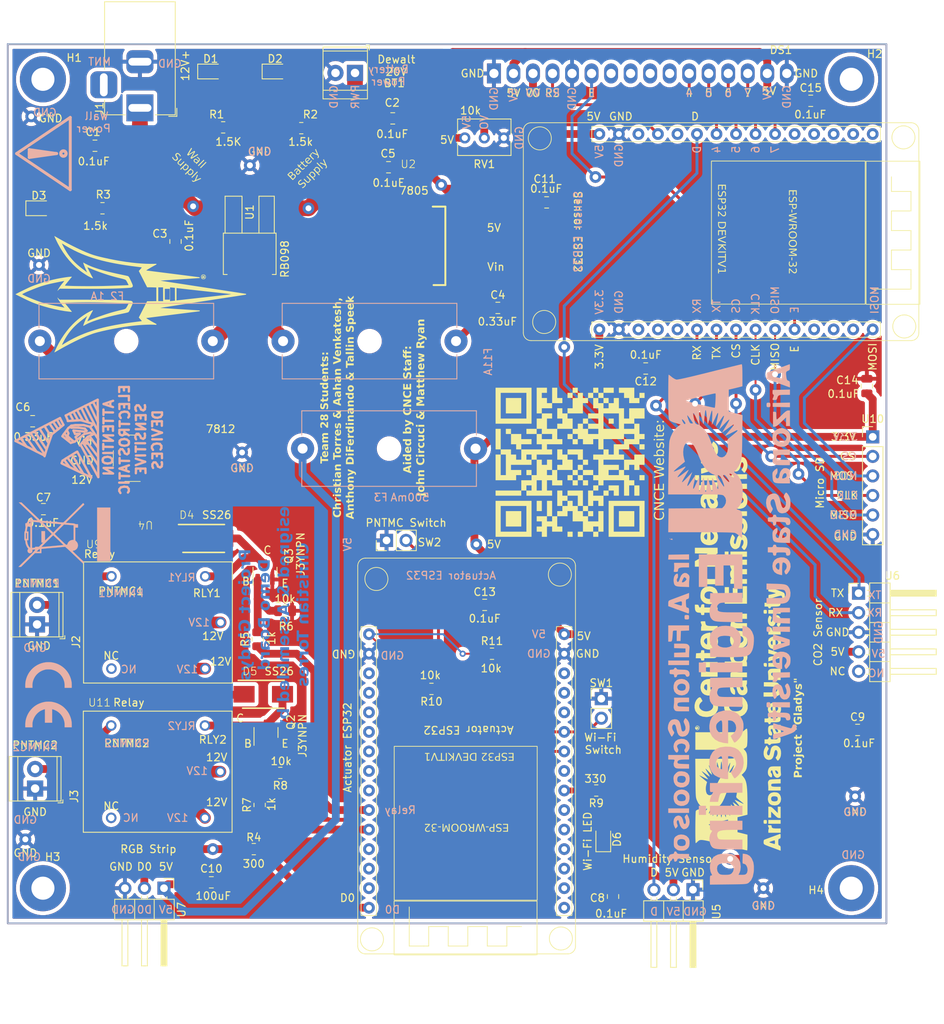
<source format=kicad_pcb>
(kicad_pcb (version 20221018) (generator pcbnew)
  (title_block (title "Working PCB") (date "2/23/23") (rev "MK.1") (company "ASU CNCE"))
  (layers (0 "F.Cu" signal) (31 "B.Cu" signal) (34 "B.Paste" user) (35 "F.Paste" user) (36 "B.SilkS" user "B.Silkscreen") (37 "F.SilkS" user "F.Silkscreen") (38 "B.Mask" user) (39 "F.Mask" user) (44 "Edge.Cuts" user))
  (net 0 "")
  (net 1 "5V")
  (net 2 "12V")
  (net 3 "Earth")
  (net 4 "BT PWR")
  (net 5 "BRD PWR")
  (net 6 "WL PWR")
  (net 7 "ESP TX")
  (net 8 "ESP RX")
  (net 9 "RGBDo")
  (net 10 "VO")
  (net 11 "LCD RS")
  (net 12 "LCD E")
  (net 13 "GND")
  (net 14 "Net-(U2-INPUT)")
  (net 15 "Net-(U4-INPUT)")
  (net 16 "Net-(U7-5V)")
  (net 17 "LCD 4")
  (net 18 "LCD5")
  (net 19 "LCD6")
  (net 20 "LCD7")
  (net 21 "3.3V")
  (net 22 "CS")
  (net 23 "MOSI")
  (net 24 "CLK")
  (net 25 "MISO")
  (net 26 "HMDT")
  (net 27 "Net-(D1-A)")
  (net 28 "Net-(D2-A)")
  (net 29 "Net-(D3-A)")
  (net 30 "RLY1")
  (net 31 "RLY2")
  (net 36 "PNTMC1")
  (net 37 "PNTMC2")
  (net 38 "Net-(Q1-B)")
  (net 39 "Net-(Q2-B)")
  (net 40 "Net-(U7-Data)")
  (net 41 "RelaySW1")
  (net 42 "RelaySW2")
  (net 49 "Net-(D6-A)")
  (net 51 "Net-(U3-D_33)")
  (net 52 "Net-(U3-D_26)")
  (net 66 "3V32")
  (net 83 "Net-(U3-D_27)")
  (footprint "Resistor_SMD:R_0805_2012Metric" (layer "F.Cu") (at 66.548 122.3245 90)
    (fp_text reference "R5")
    (fp_text value "1k" hide)
  )
  (footprint "Resistor_SMD:R_0805_2012Metric" (layer "F.Cu") (at 70.104 118.618 180)
    (fp_text reference "R6")
    (fp_text value "10k" hide)
  )
  (footprint "Capstone:LM7805" (layer "F.Cu") (at 86.767 64.1945)
    (fp_text reference "U2")
    (fp_text value "LM7805" hide)
  )
  (footprint "Capacitor_SMD:C_0805_2012Metric" (layer "F.Cu") (at 145.796 89.408 90)
    (fp_text reference "C14")
    (fp_text value "0.1uF")
  )
  (footprint "MountingHole:MountingHole_3mm_Pad" (layer "F.Cu") (at 38.608 154.686)
    (fp_text reference "H3")
    (fp_text value "MountingHole_Pad" hide)
  )
  (footprint "Capstone:SS26" (layer "F.Cu") (at 67.265 124.663)
    (fp_text reference "D5" hide)
    (fp_text value "SS26" hide)
  )
  (footprint "Capstone:6030PlatedVia" (layer "F.Cu") (at 36.622 145.506)
    (fp_text reference "REF**" hide)
    (fp_text value "6030PlatedVia" hide)
  )
  (footprint "Resistor_SMD:R_0805_2012Metric" (layer "F.Cu") (at 72.2165 55.88 180)
    (fp_text reference "R2")
    (fp_text value "1k")
  )
  (footprint "Connector_PinHeader_2.54mm:PinHeader_1x02_P2.54mm_Vertical" (layer "F.Cu") (at 83.312 109.474 90)
    (fp_text reference "SW2")
    (fp_text value "PNTMC Switch")
  )
  (footprint "Capacitor_SMD:C_0805_2012Metric" (layer "F.Cu") (at 104.14 65.532 180)
    (fp_text reference "C11")
    (fp_text value "0.1uF")
  )
  (footprint "LOGO" (layer "F.Cu") (at 129.032 123.19 90)
    (fp_text reference "G***" hide)
    (fp_text value "LOGO" hide)
  )
  (footprint "MountingHole:MountingHole_3mm_Pad" (layer "F.Cu") (at 38.608 49.53)
    (fp_text reference "H1")
    (fp_text value "MountingHole_Pad" hide)
  )
  (footprint "Capacitor_SMD:C_0805_2012Metric" (layer "F.Cu") (at 83.566 60.96 180)
    (fp_text reference "C5")
    (fp_text value "0.1uF")
  )
  (footprint "Package_TO_SOT_SMD:SOT-23" (layer "F.Cu") (at 67.63 134.4445 90)
    (fp_text reference "Q2")
    (fp_text value "J3YNPN" hide)
  )
  (footprint "Symbol:Symbol_ESD-Logo-Text_CopperTop" (layer "F.Cu") (at 42.418 96.52 90)
    (fp_text reference "REF**" hide)
    (fp_text value "Symbol_ESD-Logo-Text_CopperTop" hide)
  )
  (footprint "Capstone:6030PlatedVia" (layer "F.Cu") (at 65.832 57.876)
    (fp_text reference "REF**" hide)
    (fp_text value "6030PlatedVia" hide)
  )
  (footprint "Capacitor_SMD:C_0805_2012Metric" (layer "F.Cu") (at 112.776 155.768 -90)
    (fp_text reference "C8")
    (fp_text value "0.1uF")
  )
  (footprint "Resistor_SMD:R_0805_2012Metric" (layer "F.Cu") (at 110.5935 141.986 180)
    (fp_text reference "R9")
    (fp_text value "330")
  )
  (footprint "LOGO" (layer "F.Cu") (at 50.038 77.47 90)
    (fp_text reference "G***" hide)
    (fp_text value "LOGO" hide)
  )
  (footprint "Capacitor_SMD:C_0805_2012Metric" (layer "F.Cu") (at 38.674 105.41 180)
    (fp_text reference "C7")
    (fp_text value "0.1uF")
  )
  (footprint "Capstone:ESP32DevKit" (layer "F.Cu") (at 107.891 163.226 180)
    (fp_text reference "U3" hide)
    (fp_text value "ESP32_Module" hide)
  )
  (footprint "Resistor_SMD:R_0805_2012Metric" (layer "F.Cu") (at 97.028 124.206)
    (fp_text reference "R11")
    (fp_text value "10k")
  )
  (footprint "Capacitor_SMD:C_0805_2012Metric" (layer "F.Cu") (at 117.028 87.122 180)
    (fp_text reference "C12")
    (fp_text value "0.1uF")
  )
  (footprint "Capstone:SRD Relay" (layer "F.Cu") (at 65.0016 118.363997 -90)
    (fp_text reference "U9")
    (fp_text value "SRD-12VDC-SL-C" hide)
  )
  (footprint "Capstone:SS26" (layer "F.Cu") (at 59.757 103.185)
    (fp_text reference "D4")
    (fp_text value "SS26" hide)
  )
  (footprint "" (layer "F.Cu") (at 65.532 60.706)
    (fp_text reference "")
    (fp_text value "")
  )
  (footprint "Package_TO_SOT_SMD:SOT-23" (layer "F.Cu") (at 67.498 113.6165 90)
    (fp_text reference "Q1" hide)
    (fp_text value "J3YNPN" hide)
  )
  (footprint "Connector_PinHeader_2.54mm:PinHeader_1x05_P2.54mm_Horizontal" (layer "F.Cu") (at 144.723 116.337)
    (fp_text reference "U6")
    (fp_text value "Atlas CO2 Sensor")
  )
  (footprint "" (layer "F.Cu") (at 144.272 142.748)
    (fp_text reference "")
    (fp_text value "")
  )
  (footprint "LED_SMD:LED_0805_2012Metric" (layer "F.Cu") (at 68.811 48.514)
    (fp_text reference "D2")
    (fp_text value "BT LED (B)")
  )
  (footprint "Symbol:Symbol_Attention_CopperTop_Small" (layer "F.Cu") (at 39.37 59.182 90)
    (fp_text reference "REF**" hide)
    (fp_text value "Symbol_Attention_CopperTop_Small" hide)
  )
  (footprint "Capacitor_SMD:C_0805_2012Metric" (layer "F.Cu") (at 138.496 52.324)
    (fp_text reference "C15")
    (fp_text value "0.1uF")
  )
  (footprint "Resistor_SMD:R_0805_2012Metric" (layer "F.Cu") (at 89.154 128.778 180)
    (fp_text reference "R10")
    (fp_text value "10k")
  )
  (footprint "Capacitor_SMD:C_0805_2012Metric" (layer "F.Cu") (at 96.078 117.856)
    (fp_text reference "C13")
    (fp_text value "0.1uF")
  )
  (footprint "" (layer "F.Cu") (at 38.1 73.66)
    (fp_text reference "")
    (fp_text value "")
  )
  (footprint "Connector_BarrelJack:BarrelJack_Horizontal" (layer "F.Cu") (at 51.2265 53.244 -90)
    (fp_text reference "J1")
    (fp_text value "24V")
  )
  (footprint "Capacitor_SMD:C_0805_2012Metric" (layer "F.Cu") (at 45.377 58.166 180)
    (fp_text reference "C1")
    (fp_text value "0.1uF")
  )
  (footprint "Connector_PinHeader_2.54mm:PinHeader_1x03_P2.54mm_Horizontal" (layer "F.Cu") (at 123.175 154.883 -90)
    (fp_text reference "U5")
    (fp_text value "KY-015 Humidity/Temp_Sensor" hide)
  )
  (footprint "Capstone:6030PlatedVia" (layer "F.Cu") (at 38.4 70.83)
    (fp_text reference "REF**" hide)
    (fp_text value "6030PlatedVia" hide)
  )
  (footprint "Capacitor_SMD:C_0805_2012Metric" (layer "F.Cu") (at 84.117 54.61)
    (fp_text reference "C2")
    (fp_text value "0.1uF")
  )
  (footprint "Symbol:WEEE-Logo_8.4x12mm_SilkScreen" (layer "F.Cu") (at 41.402 108.712 90)
    (fp_text reference "REF**" hide)
    (fp_text value "WEEE-Logo_8.4x12mm_SilkScreen" hide)
  )
  (footprint "Connector_PinHeader_2.54mm:PinHeader_1x06_P2.54mm_Vertical" (layer "F.Cu") (at 146.558 96.012)
    (fp_text reference "U10")
    (fp_text value "MicroSD Module" hide)
  )
  (footprint "Resistor_SMD:R_0805_2012Metric" (layer "F.Cu") (at 46.3555 66.294 180)
    (fp_text reference "R3")
    (fp_text value "1k")
  )
  (footprint "MountingHole:MountingHole_3mm_Pad" (layer "F.Cu") (at 143.764 154.686)
    (fp_text reference "H4")
    (fp_text value "MountingHole_Pad")
  )
  (footprint "Capacitor_SMD:C_0805_2012Metric" (layer "F.Cu") (at 55.857 70.612 90)
    (fp_text reference "C3")
    (fp_text value "0.1uF")
  )
  (footprint "LED_SMD:LED_0805_2012Metric" (layer "F.Cu") (at 111.506 148.2575 90)
    (fp_text reference "D6")
    (fp_text value "Wi-Fi LED (W)")
  )
  (footprint "Connector_PinHeader_2.54mm:PinHeader_1x03_P2.54mm_Horizontal" (layer "F.Cu") (at 54.356 154.686 -90)
    (fp_text reference "U7")
    (fp_text value "WS2812B RGB Strip" hide)
  )
  (footprint "Capacitor_SMD:C_0805_2012Metric" (layer "F.Cu") (at 60.518 153.924)
    (fp_text reference "C10")
    (fp_text value "100uF" hide)
  )
  (footprint "Capacitor_SMD:C_0805_2012Metric" (layer "F.Cu") (at 37.272 93.98 180)
    (fp_text reference "C6")
    (fp_text value "0.33uF")
  )
  (footprint "Resistor_SMD:R_0805_2012Metric" (layer "F.Cu") (at 69.4925 139.7 180)
    (fp_text reference "R8")
    (fp_text value "10k" hide)
  )
  (footprint "TerminalBlock_TE-Connectivity:TerminalBlock_TE_282834-2_1x02_P2.54mm_Horizontal" (layer "F.Cu") (at 37.592 141.732 90)
    (fp_text reference "J3")
    (fp_text value "Screw_Terminal_01x02" hide)
  )
  (footprint "Capstone:MC7812" (layer "F.Cu") (at 51.75 106.426 180)
    (fp_text reference "U4")
    (fp_text value "MC7812")
  )
  (footprint "rb09-footprints:RB098BM100FHTL" (layer "F.Cu") (at 65.509 71.7292 180)
    (fp_text reference "U1")
    (fp_text value "RB098")
  )
  (footprint "LED_SMD:LED_0805_2012Metric" (layer "F.Cu") (at 38.077 66.294)
    (fp_text reference "D3")
    (fp_text value "BRD PWR (Y)")
  )
  (footprint "Resistor_SMD:R_0805_2012Metric" (layer "F.Cu") (at 66.04 149.606)
    (fp_text reference "R4")
    (fp_text value "500")
  )
  (footprint "Resistor_SMD:R_0805_2012Metric" (layer "F.Cu") (at 66.802 143.8675 90)
    (fp_text reference "R7")
    (fp_text value "1k" hide)
  )
  (footprint "Symbol:CE-Logo_8.5x6mm_SilkScreen" (layer "F.Cu") (at 39.624 130.001365 90)
    (fp_text reference "REF**" hide)
    (fp_text value "CE-Logo_8.5x6mm_SilkScreen" hide)
  )
  (footprint "TerminalBlock_TE-Connectivity:TerminalBlock_TE_282834-2_1x02_P2.54mm_Horizontal" (layer "F.Cu") (at 79.207 48.7005 180)
    (fp_text reference "BT1")
    (fp_text value "20V")
  )
  (footprint "Capstone:6030PlatedVia" (layer "F.Cu") (at 132.634 151.856)
    (fp_text reference "REF**" hide)
    (fp_text value "6030PlatedVia" hide)
  )
  (footprint "Capstone:SRD Relay" (layer "F.Cu") (at 64.969601 137.764002 -90)
    (fp_text reference "U11")
    (fp_text value "SRD-12VDC-SL-C" hide)
  )
  (footprint "Capacitor_SMD:C_0805_2012Metric" (layer "F.Cu") (at 97.79 79.248)
    (fp_text reference "C4")
    (fp_text value "0.33uF")
  )
  (footprint "LED_SMD:LED_0805_2012Metric" (layer "F.Cu") (at 60.429 48.514)
    (fp_text reference "D1")
    (fp_text value "BJ LED (R)")
  )
  (footprint "Potentiometer_THT:Potentiometer_Bourns_3266Y_Vertical" (layer "F.Cu") (at 93.487 57.15 180)
    (fp_text reference "RV1")
    (fp_text value "10k")
  )
  (footprint "" (layer "F.Cu") (at 37.084 54.356)
    (fp_text reference "")
    (fp_text value "")
  )
  (footprint "" (layer "F.Cu") (at 36.322 148.336)
    (fp_text reference "")
    (fp_text value "")
  )
  (footprint "TerminalBlock_TE-Connectivity:TerminalBlock_TE_282834-2_1x02_P2.54mm_Horizontal" (layer "F.Cu") (at 37.846 120.396 90)
    (fp_text reference "J2")
    (fp_text value "Screw_Terminal_01x02" hide)
  )
  (footprint "MountingHole:MountingHole_3mm_Pad" (layer "F.Cu") (at 143.764 49.53)
    (fp_text reference "H2")
    (fp_text value "MountingHole_Pad")
  )
  (footprint "Connector_PinHeader_2.54mm:PinHeader_1x02_P2.54mm_Vertical" (layer "F.Cu") (at 111.252 130.048)
    (fp_text reference "SW1")
    (fp_text value "Wi-Fi Switch")
  )
  (footprint "" (layer "F.Cu") (at 64.516 98.044)
    (fp_text reference "")
    (fp_text value "")
  )
  (footprint "Resistor_SMD:R_0805_2012Metric" (layer "F.Cu") (at 62.0565 55.7765)
    (fp_text reference "R1")
    (fp_text value "1k")
  )
  (footprint "Capstone:ESP32DevKit" (layer "F.Cu") (at 152.558 55.177 -90)
    (fp_text reference "U8" hide)
    (fp_text value "ESP32_Module" hide)
  )
  (footprint "Capacitor_SMD:C_0805_2012Metric" (layer "F.Cu") (at 144.592 134.112)
    (fp_text reference "C9")
    (fp_text value "0.1uF")
  )
  (footprint "Fuse:Fuseholder_Cylinder-5x20mm_Schurter_0031_8201_Horizontal_Open" (layer "B.Cu") (at 60.706 83.566 180)
    (fp_text reference "F2")
    (fp_text value "1A")
  )
  (footprint "Fuse:Fuseholder_Cylinder-5x20mm_Schurter_0031_8201_Horizontal_Open" (layer "B.Cu") (at 69.85 83.566)
    (fp_text reference "F1")
    (fp_text value "1A")
  )
  (footprint "Fuse:Fuseholder_Cylinder-5x20mm_Schurter_0031_8201_Horizontal_Open" (layer "B.Cu") (at 72.39 97.536)
    (fp_text reference "F3")
    (fp_text value "500")
  )
  (footprint "LOGO" (layer "B.Cu") (at 107.188 99.314)
    (fp_text reference "G***" hide)
    (fp_text value "LOGO" hide)
  )
  (footprint "Display:WC1602A" (layer "B.Cu") (at 97.282 48.768)
    (fp_text reference "DS1")
    (fp_text value "WC1602A")
  )
  (footprint "LOGO" (layer "B.Cu") (at 126.900474 120.348832 -90)
    (fp_text reference "G***" hide)
    (fp_text value "LOGO" hide)
  )
  (gr_rect (start 34.036 44.958) (end 148.336 159.258) (stroke (width 0.2)) (fill none) (layer "F.Cu"))
  (gr_rect (start 34.036 44.958) (end 148.336 159.258) (stroke (width 0.2)) (fill none) (layer "B.Cu"))
  (gr_rect (start 34.036 44.958) (end 148.336 159.258) (stroke (width 0.1)) (fill none) (layer "Edge.Cuts"))
  (gr_text "Project Gladys\nDemo Board\nDesigned & Assembled by:\nChristian Torres" (at 73.406 119.126 90) (layer "B.Cu") (effects (font (size 1.5 1.5) (thickness 0.3) bold) (justify bottom mirror)))
  (gr_text "500mA\n" (at 86.36 103.886) (layer "B.SilkS") (effects (font (size 1 1)) (justify mirror)))
  (gr_text "5V" (at 93.726 55.118 90) (layer "B.SilkS") (effects (font (size 1 1)) (justify mirror)))
  (gr_text "PNTMC2\n\n" (at 49.53 136.652) (layer "B.SilkS") (effects (font (size 1 1)) (justify mirror)))
  (gr_text "CS" (at 128.778 78.994 90) (layer "B.SilkS") (effects (font (size 1 1)) (justify mirror)))
  (gr_text "GND" (at 97.282 52.07 90) (layer "B.SilkS") (effects (font (size 1 1)) (justify mirror)))
  (gr_text "GND" (at 144.018 150.368) (layer "B.SilkS") (effects (font (size 1 1)) (justify mirror)))
  (gr_text "GND" (at 64.516 100.076) (layer "B.SilkS") (effects (font (size 1 1)) (justify mirror)))
  (gr_text "6" (at 127.762 51.308) (layer "B.SilkS") (effects (font (size 1 1)) (justify mirror)))
  (gr_text "MISO" (at 133.858 78.232 90) (layer "B.SilkS") (effects (font (size 1 1)) (justify mirror)))
  (gr_text "GND" (at 100.584 57.15 90) (layer "B.SilkS") (effects (font (size 1 1)) (justify mirror)))
  (gr_text "VO" (at 102.362 51.308) (layer "B.SilkS") (effects (font (size 1 1)) (justify mirror)))
  (gr_text "GND" (at 55.118 47.498) (layer "B.SilkS") (effects (font (size 1 1)) (justify mirror)))
  (gr_text "Wall \nPower" (at 45.212 55.118) (layer "B.SilkS") (effects (font (size 1 1)) (justify mirror)))
  (gr_text "GND" (at 84.074 124.46) (layer "B.SilkS") (effects (font (size 1 1)) (justify mirror)))
  (gr_text "12V" (at 58.674 139.446) (layer "B.SilkS") (effects (font (size 1 1)) (justify mirror)))
  (gr_text "3.3V" (at 110.998 78.486 90) (layer "B.SilkS") (effects (font (size 1 1)) (justify mirror)))
  (gr_text "RS" (at 104.902 51.308) (layer "B.SilkS") (effects (font (size 1 1)) (justify mirror)))
  (gr_text "7" (at 133.858 58.674 90) (layer "B.SilkS") (effects (font (size 1 1)) (justify mirror)))
  (gr_text "1A" (at 96.52 87.122 90) (layer "B.SilkS") (effects (font (size 1 1)) (justify mirror)))
  (gr_text "GND" (at 123.444 157.734) (layer "B.SilkS") (effects (font (size 1 1)) (justify mirror)))
  (gr_text "5V" (at 54.61 157.48) (layer "B.SilkS") (effects (font (size 1 1)) (justify mirror)))
  (gr_text "GND" (at 103.124 124.206) (layer "B.SilkS") (effects (font (size 1 1)) (justify mirror)))
  (gr_text "PWR" (at 79.248 51.816 90) (layer "B.SilkS") (effects (font (size 1 1)) (justify mirror)))
  (gr_text "5V" (at 103.124 121.666) (layer "B.SilkS") (effects (font (size 1 1)) (justify mirror)))
  (gr_text "GND" (at 38.1 75.438) (layer "B.SilkS") (effects (font (size 1 1)) (justify mirror)))
  (gr_text "E" (at 109.982 51.308) (layer "B.SilkS") (effects (font (size 1 1)) (justify mirror)))
  (gr_text "D" (at 123.698 58.674 90) (layer "B.SilkS") (effects (font (size 1 1)) (justify mirror)))
  (gr_text "5V" (at 120.65 157.734) (layer "B.SilkS") (effects (font (size 1 1)) (justify mirror)))
  (gr_text "GND" (at 76.454 51.816 90) (layer "B.SilkS") (effects (font (size 1 1)) (justify mirror)))
  (gr_text "GND" (at 107.442 52.07 90) (layer "B.SilkS") (effects (font (size 1 1)) (justify mirror)))
  (gr_text "1A" (at 45.72 77.724) (layer "B.SilkS") (effects (font (size 1 1)) (justify mirror)))
  (gr_text "MOSI" (at 146.812 78.232 90) (layer "B.SilkS") (effects (font (size 1 1)) (justify mirror)))
  (gr_text "CLK" (at 143.256 103.632) (layer "B.SilkS") (effects (font (size 1 1)) (justify mirror)))
  (gr_text "VO" (at 96.012 55.118 90) (layer "B.SilkS") (effects (font (size 1 1)) (justify mirror)))
  (gr_text "RX" (at 123.698 78.994 90) (layer "B.SilkS") (effects (font (size 1 1)) (justify mirror)))
  (gr_text "Relay" (at 85.09 144.526) (layer "B.SilkS") (effects (font (size 1 1)) (justify mirror)))
  (gr_text "GND" (at 36.322 145.796) (layer "B.SilkS") (effects (font (size 1 1)) (justify mirror)))
  (gr_text "CLK" (at 131.318 78.74 90) (layer "B.SilkS") (effects (font (size 1 1)) (justify mirror)))
  (gr_text "GND" (at 143.002 108.712) (layer "B.SilkS") (effects (font (size 1 1)) (justify mirror)))
  (gr_text "PNTMC1\n" (at 48.768 116.332) (layer "B.SilkS") (effects (font (size 1 1)) (justify mirror)))
  (gr_text "D" (at 118.11 157.734) (layer "B.SilkS") (effects (font (size 1 1)) (justify mirror)))
  (gr_text "MOSI" (at 142.748 101.092) (layer "B.SilkS") (effects (font (size 1 1)) (justify mirror)))
  (gr_text "RX" (at 146.812 118.872) (layer "B.SilkS") (effects (font (size 1 1)) (justify mirror)))
  (gr_text "GND\n" (at 49.022 157.48) (layer "B.SilkS") (effects (font (size 1 1)) (justify mirror)))
  (gr_text "RLY2\n" (at 56.642 133.604) (layer "B.SilkS") (effects (font (size 1 1)) (justify mirror)))
  (gr_text "5V" (at 132.842 51.308 90) (layer "B.SilkS") (effects (font (size 1 1)) (justify mirror)))
  (gr_text "GND" (at 144.272 144.78) (layer "B.SilkS") (effects (font (size 1 1)) (justify mirror)))
  (gr_text "6" (at 131.318 58.674 90) (layer "B.SilkS") (effects (font (size 1 1)) (justify mirror)))
  (gr_text "NC" (at 49.784 126.238) (layer "B.SilkS") (effects (font (size 1 1)) (justify mirror)))
  (gr_text "3.3V" (at 143.002 96.012) (layer "B.SilkS") (effects (font (size 1 1)) (justify mirror)))
  (gr_text "GND" (at 132.334 156.972) (layer "B.SilkS") (effects (font (size 1 1)) (justify mirror)))
  (gr_text "Sensor ESP32" (at 108.204 69.342 -270) (layer "B.SilkS") (effects (font (size 1 1)) (justify mirror)))
  (gr_text "MISO" (at 142.748 106.172) (layer "B.SilkS") (effects (font (size 1 1)) (justify mirror)))
  (gr_text "5V" (at 99.822 51.562 90) (layer "B.SilkS") (effects (font (size 1 1)) (justify mirror)))
  (gr_text "GND" (at 66.802 58.928) (layer "B.SilkS") (effects (font (size 1 1)) (justify mirror)))
  (gr_text "4" (at 122.682 51.308) (layer "B.SilkS") (effects (font (size 1 1)) (justify mirror)))
  (gr_text "PNTMC1\n" (at 37.846 115.062) (layer "B.SilkS") (effects (font (size 1 1)) (justify mirror)))
  (gr_text "Battery\nPower" (at 83.566 49.022) (layer "B.SilkS") (effects (font (size 1 1)) (justify mirror)))
  (gr_text "12V" (at 58.928 120.142) (layer "B.SilkS") (effects (font (size 1 1)) (justify mirror)))
  (gr_text "GND" (at 36.83 150.622) (layer "B.SilkS") (effects (font (size 1 1)) (justify mirror)))
  (gr_text "GND" (at 147.32 121.412 90) (layer "B.SilkS") (effects (font (size 1 1)) (justify mirror)))
  (gr_text "5V" (at 110.998 58.928 90) (layer "B.SilkS") (effects (font (size 1 1)) (justify mirror)))
  (gr_text "D0" (at 84.074 157.48) (layer "B.SilkS") (effects (font (size 1 1)) (justify mirror)))
  (gr_text "5" (at 125.222 51.308) (layer "B.SilkS") (effects (font (size 1 1)) (justify mirror)))
  (gr_text "7" (at 130.302 51.308) (layer "B.SilkS") (effects (font (size 1 1)) (justify mirror)))
  (gr_text "5V" (at 147.32 124.206) (layer "B.SilkS") (effects (font (size 1 1)) (justify mirror)))
  (gr_text "NC" (at 50.038 145.542) (layer "B.SilkS") (effects (font (size 1 1)) (justify mirror)))
  (gr_text "NC" (at 147.066 126.746) (layer "B.SilkS") (effects (font (size 1 1)) (justify mirror)))
  (gr_text "5V" (at 78.232 109.982 90) (layer "B.SilkS") (effects (font (size 1 1)) (justify mirror)))
  (gr_text "D0" (at 51.816 157.48) (layer "B.SilkS") (effects (font (size 1 1)) (justify mirror)))
  (gr_text "MNT" (at 45.974 47.244) (layer "B.SilkS") (effects (font (size 1 1)) (justify mirror)))
  (gr_text "GND" (at 37.592 123.444) (layer "B.SilkS") (effects (font (size 1 1)) (justify mirror)))
  (gr_text "GND" (at 135.382 51.816 90) (layer "B.SilkS") (effects (font (size 1 1)) (justify mirror)))
  (gr_text "RLY1\n" (at 56.642 114.3) (layer "B.SilkS") (effects (font (size 1 1)) (justify mirror)))
  (gr_text "TX" (at 126.238 78.994 90) (layer "B.SilkS") (effects (font (size 1 1)) (justify mirror)))
  (gr_text "E" (at 136.398 79.502 90) (layer "B.SilkS") (effects (font (size 1 1)) (justify mirror)))
  (gr_text "CS" (at 143.51 98.552) (layer "B.SilkS") (effects (font (size 1 1)) (justify mirror)))
  (gr_text "TX" (at 146.812 116.586) (layer "B.SilkS") (effects (font (size 1 1)) (justify mirror)))
  (gr_text "GND" (at 38.862 53.848) (layer "B.SilkS") (effects (font (size 1 1)) (justify mirror)))
  (gr_text "Actuator ESP32" (at 91.694 114.046) (layer "B.SilkS") (effects (font (size 1 1)) (justify mirror)))
  (gr_text "GND" (at 113.538 59.436 90) (layer "B.SilkS") (effects (font (size 1 1)) (justify mirror)))
  (gr_text "5" (at 128.778 58.674 90) (layer "B.SilkS") (effects (font (size 1 1)) (justify mirror)))
  (gr_text "PNTMC2\n\n" (at 37.592 137.16) (layer "B.SilkS") (effects (font (size 1 1)) (justify mirror)))
  (gr_text "4" (at 126.238 58.674 90) (layer "B.SilkS") (effects (font (size 1 1)) (justify mirror)))
  (gr_text "GND" (at 113.538 78.486 90) (layer "B.SilkS") (effects (font (size 1 1)) (justify mirror)))
  (gr_text "12V" (at 57.404 126.238) (layer "B.SilkS") (effects (font (size 1 1)) (justify mirror)))
  (gr_text "12V" (at 56.134 145.542) (layer "B.SilkS") (effects (font (size 1 1)) (justify mirror)))
  (gr_text "RGB Strip" (at 52.324 149.606) (layer "F.SilkS") (effects (font (size 1 1))))
  (gr_text "J3YNPN\n" (at 72.39 134.874 90) (layer "F.SilkS") (effects (font (size 1 1))))
  (gr_text "GND" (at 94.488 48.768) (layer "F.SilkS") (effects (font (size 1 1))))
  (gr_text "5V" (at 97.282 68.834) (layer "F.SilkS") (effects (font (size 1 1))))
  (gr_text "SS26" (at 69.342 126.492) (layer "F.SilkS") (effects (font (size 1 1))))
  (gr_text "0.1uF" (at 38.599 107.188) (layer "F.SilkS") (effects (font (size 1 1))))
  (gr_text "MISO" (at 142.748 106.172) (layer "F.SilkS") (effects (font (size 1 1))))
  (gr_text "RLY1\n" (at 59.944 116.332) (layer "F.SilkS") (effects (font (size 1 1))))
  (gr_text "0.1uF" (at 112.522 157.988) (layer "F.SilkS") (effects (font (size 1 1))))
  (gr_text "Wall\nSupply" (at 57.889 60.452 315) (layer "F.SilkS") (effects (font (size 1 1) (thickness 0.15) italic)))
  (gr_text "Actuator ESP32" (at 93.98 134.112 180) (layer "F.SilkS") (effects (font (size 1 1))))
  (gr_text "Wi-Fi \nSwitch\n" (at 111.506 135.89) (layer "F.SilkS") (effects (font (size 1 1))))
  (gr_text "7" (at 130.302 51.308) (layer "F.SilkS") (effects (font (size 1 1))))
  (gr_text "5V" (at 108.966 121.92) (layer "F.SilkS") (effects (font (size 1 1))))
  (gr_text "D" (at 123.444 54.356) (layer "F.SilkS") (effects (font (size 1 1))))
  (gr_text "MOSI" (at 142.748 101.092) (layer "F.SilkS") (effects (font (size 1 1))))
  (gr_text "0.1uF" (at 83.566 62.992) (layer "F.SilkS") (effects (font (size 1 1))))
  (gr_text "12V" (at 61.722 125.222) (layer "F.SilkS") (effects (font (size 1 1))))
  (gr_text "D" (at 118.11 152.654) (layer "F.SilkS") (effects (font (size 1 1))))
  (gr_text "GND" (at 113.792 54.356) (layer "F.SilkS") (effects (font (size 1 1))))
  (gr_text "1k\n" (at 68.326 122.174 90) (layer "F.SilkS") (effects (font (size 1 1))))
  (gr_text "Relay" (at 49.784 130.556) (layer "F.SilkS") (effects (font (size 1 1))))
  (gr_text "GND" (at 38.1 123.19) (layer "F.SilkS") (effects (font (size 1 1))))
  (gr_text "Sensor ESP32" (at 108.204 69.342 270) (layer "F.SilkS") (effects (font (size 1 1))))
  (gr_text "5V" (at 120.396 152.654) (layer "F.SilkS") (effects (font (size 1 1))))
  (gr_text "GND" (at 123.19 152.654) (layer "F.SilkS") (effects (font (size 1 1))))
  (gr_text "0.33uF" (at 97.724 81.026) (layer "F.SilkS") (effects (font (size 1 1))))
  (gr_text "Humidity Sensor" (at 120.142 150.876) (layer "F.SilkS") (effects (font (size 1 1))))
  (gr_text "E" (at 70.104 135.89) (layer "F.SilkS") (effects (font (size 1 1))))
  (gr_text "100uF" (at 60.772 155.702) (layer "F.SilkS") (effects (font (size 1 1))))
  (gr_text "12V" (at 61.214 143.51) (layer "F.SilkS") (effects (font (size 1 1))))
  (gr_text "5" (at 125.222 51.308) (layer "F.SilkS") (effects (font (size 1 1))))
  (gr_text "5V" (at 91.186 57.404) (layer "F.SilkS") (effects (font (size 1 1))))
  (gr_text "GND" (at 143.002 108.966) (layer "F.SilkS") (effects (font (size 1 1))))
  (gr_text "GND" (at 141.986 121.412) (layer "F.SilkS") (effects (font (size 1 1))))
  (gr_text "7805\n" (at 86.868 64.008) (layer "F.SilkS") (effects (font (size 1 1))))
  (gr_text "B" (at 65.278 135.89) (layer "F.SilkS") (effects (font (size 1 1))))
  (gr_text "GND\n" (at 38.1 72.136) (layer "F.SilkS") (effects (font (size 1 1))))
  (gr_text "RX" (at 123.698 85.09 90) (layer "F.SilkS") (effects (font (size 1 1))))
  (gr_text "VO" (at 102.362 51.308) (layer "F.SilkS") (effects (font (size 1 1))))
  (gr_text "0.1uF" (at 84.051 56.642) (layer "F.SilkS") (effects (font (size 1 1))))
  (gr_text "MOSI" (at 146.558 85.598 90) (layer "F.SilkS") (effects (font (size 1 1))))
  (gr_text "Relay" (at 45.974 111.252) (layer "F.SilkS") (effects (font (size 1 1))))
  (gr_text "PNTMC Switch" (at 85.852 107.188) (layer "F.SilkS") (effects (font (size 1 1))))
  (gr_text "SS26" (at 61.214 106.172) (layer "F.SilkS") (effects (font (size 1 1))))
  (gr_text "Wi-Fi LED\n" (at 109.474 148.59 90) (layer "F.SilkS") (effects (font (size 1 1))))
  (gr_text "3.3V" (at 110.998 85.598 90) (layer "F.SilkS") (effects (font (size 1 1))))
  (gr_text "0.1uF" (at 104.074 63.754) (layer "F.SilkS") (effects (font (size 1 1))))
  (gr_text "GND" (at 43.688 99.06) (layer "F.SilkS") (effects (font (size 1 1))))
  (gr_text "J3YNPN\n" (at 72.136 111.252 90) (layer "F.SilkS") (effects (font (size 1 1))))
  (gr_text "NC" (at 47.498 124.46) (layer "F.SilkS") (effects (font (size 1 1))))
  (gr_text "RX" (at 141.732 118.872) (layer "F.SilkS") (effects (font (size 1 1))))
  (gr_text "Team 28 Students:\nChristian Torres & Aahan Venkatesh,\nAnthony DiFerdinando & Tallin Speek\n" (at 76.962 92.202 90) (layer "F.SilkS") (effects (font (size 0.9906 0.9906) (thickness 0.24765) bold)))
  (gr_text "GND" (at 137.922 48.768) (layer "F.SilkS") (effects (font (size 1 1))))
  (gr_text "12V+\n" (at 57.127 47.752 90) (layer "F.SilkS") (effects (font (size 1 1))))
  (gr_text "10k\n" (at 70.104 117.094) (layer "F.SilkS") (effects (font (size 1 1))))
  (gr_text "RS" (at 104.902 51.308) (layer "F.SilkS") (effects (font (size 1 1))))
  (gr_text "C" (at 64.262 132.588) (layer "F.SilkS") (effects (font (size 1 1))))
  (gr_text "5V" (at 141.986 123.952) (layer "F.SilkS") (effects (font (size 1 1))))
  (gr_text "GND" (at 77.724 124.206 180) (layer "F.SilkS") (effects (font (size 1 1))))
  (gr_text "330\n" (at 110.49 140.462) (layer "F.SilkS") (effects (font (size 1 1))))
  (gr_text "NC" (at 47.498 144.018) (layer "F.SilkS") (effects (font (size 1 1))))
  (gr_text "D5\n" (at 65.532 126.492) (layer "F.SilkS") (effects (font (size 1 1) (thickness 0.1))))
  (gr_text "E" (at 70.104 115.062) (layer "F.SilkS") (effects (font (size 1 1))))
  (gr_text "CS" (at 143.256 98.552) (layer "F.SilkS") (effects (font (size 1 1))))
  (gr_text "Actuator ESP32" (at 78.232 136.398 90) (layer "F.SilkS") (effects (font (size 1 1))))
  (gr_text "TX" (at 141.986 116.332) (layer "F.SilkS") (effects (font (size 1 1))))
  (gr_text "12V" (at 43.688 101.6) (layer "F.SilkS") (effects (font (size 1 1))))
  (gr_text "GND\n" (at 144.272 144.78) (layer "F.SilkS") (effects (font (size 1 1))))
  (gr_text "NC" (at 141.986 126.492) (layer "F.SilkS") (effects (font (size 1 1))))
  (gr_text "E" (at 136.398 84.582 90) (layer "F.SilkS") (effects (font (size 1 1))))
  (gr_text "0.33uF" (at 37.338 96.012) (layer "F.SilkS") (effects (font (size 1 1))))
  (gr_text "Project {dblquote}Gladys{dblquote}" (at 136.906 133.858 90) (layer "F.SilkS") (effects (font (size 1.016 1.016) (thickness 0.24765) bold italic)))
  (gr_text "4" (at 122.682 51.308) (layer "F.SilkS") (effects (font (size 1 1))))
  (gr_text "10k\n" (at 96.9245 126.112) (layer "F.SilkS") (effects (font (size 1 1))))
  (gr_text "1.5k" (at 72.136 57.658) (layer "F.SilkS") (effects (font (size 1 1))))
  (gr_text "C" (at 67.818 110.744) (layer "F.SilkS") (effects (font (size 1 1))))
  (gr_text "Vin" (at 43.942 96.52) (layer "F.SilkS") (effects (font (size 1 1))))
  (gr_text "1.5K\n" (at 62.738 57.658) (layer "F.SilkS") (effects (font (size 1 1))))
  (gr_text "B" (at 65.024 114.808) (layer "F.SilkS") (effects (font (size 1 1))))
  (gr_text "CNCE Website:" (at 118.872 100.33 90) (layer "F.SilkS") (effects (font (size 1.27 1.27) (thickness 0.254))))
  (gr_text "10k" (at 94.234 53.594) (layer "F.SilkS") (effects (font (size 1 1))))
  (gr_text "CO2 Sensor" (at 139.446 121.412 90) (layer "F.SilkS") (effects (font (size 1 1))))
  (gr_text "0.1uF" (at 138.43 54.102) (layer "F.SilkS") (effects (font (size 1 1))))
  (gr_text "5V" (at 133.096 51.054) (layer "F.SilkS") (effects (font (size 1 1))))
  (gr_text "GND\n" (at 39.624 54.61) (layer "F.SilkS") (effects (font (size 1 1))))
  (gr_text "0.1uF" (at 57.635 69.85 90) (layer "F.SilkS") (effects (font (size 1 1))))
  (gr_text "5V" (at 97.282 109.982) (layer "F.SilkS") (effects (font (size 1 1))))
  (gr_text "7812\n" (at 61.722 94.996) (layer "F.SilkS") (effects (font (size 1 1))))
  (gr_text "Micro SD " (at 139.7 101.6 90) (layer "F.SilkS") (effects (font (size 1 1))))
  (gr_text "Vin" (at 97.536 73.914) (layer "F.SilkS") (effects (font (size 1 1))))
  (gr_text "Dewalt\n20V" (at 84.582 47.752) (layer "F.SilkS") (effects (font (size 1 1))))
  (gr_text "RLY2\n" (at 60.706 135.382) (layer "F.SilkS") (effects (font (size 1 1))))
  (gr_text "1.5k" (at 45.443 68.58) (layer "F.SilkS") (effects (font (size 1 1))))
  (gr_text "E" (at 109.982 51.308) (layer "F.SilkS") (effects (font (size 1 1))))
  (gr_text "10k\n" (at 89.0035 127) (layer "F.SilkS") (effects (font (size 1 1))))
  (gr_text "PNTMC1\n" (at 37.846 115.062) (layer "F.SilkS") (effects (font (size 1 1))))
  (gr_text "0.1uF" (at 144.78 135.844) (layer "F.SilkS") (effects (font (size 1 1))))
  (gr_text "CLK" (at 131.318 85.344 90) (layer "F.SilkS") (effects (font (size 1 1))))
  (gr_text "GND\n" (at 132.334 156.972) (layer "F.SilkS") (effects (font (size 1 1))))
  (gr_text "D0" (at 78.232 155.956) (layer "F.SilkS") (effects (font (size 1 1))))
  (gr_text "PNTMC1\n" (at 48.768 116.078) (layer "F.SilkS") (effects (font (size 1 1))))
  (gr_text "MISO" (at 133.858 85.598 90) (layer "F.SilkS") (effects (font (size 1 1))))
  (gr_text "GND\n" (at 66.802 58.928) (layer "F.SilkS") (effects (font (size 1 1))))
  (gr_text "3.3V" (at 142.748 96.012) (layer "F.SilkS") (effects (font (size 1 1))))
  (gr_text "12V" (at 61.214 137.668) (layer "F.SilkS") (effects (font (size 1 1))))
  (gr_text "10k\n" (at 69.596 138.176) (layer "F.SilkS") (effects (font (size 1 1))))
  (gr_text "5V" (at 99.822 51.308) (layer "F.SilkS") (effects (font (size 1 1))))
  (gr_text "5V" (at 54.61 151.892) (layer "F.SilkS") (effects (font (size 1 1))))
  (gr_text "GND\n" (at 36.322 150.114) (layer "F.SilkS") (effects (font (size 1 1))))
  (gr_text "0.1uF" (at 45.212 60.198) (layer "F.SilkS") (effects (font (size 1 1))))
  (gr_text "GND" (at 109.474 124.206) (layer "F.SilkS") (effects (font (size 1 1))))
  (gr_text "CS" (at 128.778 84.836 90) (layer "F.SilkS") (effects (font (size 1 1))))
  (gr_text "300" (at 66.04 151.512) (layer "F.SilkS") (effects (font (size 1 1))))
  (gr_text "TX" (at 126.238 85.09 90) (layer "F.SilkS") (effects (font (size 1 1))))
  (gr_text "5V" (at 110.236 54.356) (layer "F.SilkS") (effects (font (size 1 1))))
  (gr_text "GND\n" (at 64.516 100.076) (layer "F.SilkS") (effects (font (size 1 1))))
  (gr_text "1k\n" (at 68.326 143.764 90) (layer "F.SilkS") (effects (font (size 1 1))))
  (gr_text "GND\n" (at 48.768 151.892) (layer "F.SilkS") (effects (font (size 1 1))))
  (gr_text "CLK" (at 143.256 103.632) (layer "F.SilkS") (effects (font (size 1 1))))
  (gr_text "Battery\nSupply" (at 73.152 61.214 45) (layer "F.SilkS") (effects (font (size 1 1) (thickness 0.15) italic)))
  (gr_text "6" (at 127.762 51.308) (layer "F.SilkS") (effects (font (size 1 1))))
  (gr_text "0.1uF" (at 117.028 85.344) (layer "F.SilkS") (effects (font (size 1 1))))
  (gr_text "0.1uF" (at 142.748 90.424) (layer "F.SilkS") (effects (font (size 1 1))))
  (gr_text "PNTMC2\n\n" (at 49.53 136.652) (layer "F.SilkS") (effects (font (size 1 1))))
  (gr_text "Q3\n" (at 70.612 111.506 90) (layer "F.SilkS") (effects (font (size 1 1))))
  (gr_text "D0" (at 51.816 151.892) (layer "F.SilkS") (effects (font (size 1 1))))
  (gr_text "PNTMC2\n\n" (at 37.592 136.906) (layer "F.SilkS") (effects (font (size 1 1))))
  (gr_text "Aided by CNCE Staff:\n John Circuci & Matthew Ryan" (at 88.392 92.456 90) (layer "F.SilkS") (effects (font (size 1.016 1.016) (thickness 0.254) bold) (justify bottom)))
  (gr_text "12V" (at 60.706 121.92) (layer "F.SilkS") (effects (font (size 1 1))))
  (gr_text "GND" (at 37.592 144.78) (layer "F.SilkS") (effects (font (size 1 1))))
  (gr_text "0.1uF" (at 96.078 119.634) (layer "F.SilkS") (effects (font (size 1 1))))
  (segment (start 97.536 63.754) (end 99.314 65.532) (width 1.016) (layer "F.Cu") (net 1))
  (segment (start 114.808 150.876) (end 114.686 150.876) (width 1.016) (layer "F.Cu") (net 1))
  (segment (start 120.635 153.147) (end 120.635 154.883) (width 1.016) (layer "F.Cu") (net 1))
  (segment (start 103.124 72.136) (end 99.6275 68.6395) (width 1.016) (layer "F.Cu") (net 1))
  (segment (start 94.996 109.982) (end 94.89 110.042) (width 1.016) (layer "F.Cu") (net 1))
  (segment (start 132.842 46.99) (end 132.842 48.768) (width 1.016) (layer "F.Cu") (net 1))
  (segment (start 89.408 62.23) (end 89.408 59.182) (width 1.016) (layer "F.Cu") (net 1))
  (segment (start 91.186 63.754) (end 97.536 63.754) (width 1.016) (layer "F.Cu") (net 1))
  (segment (start 118.364 150.876) (end 120.635 153.147) (width 1.016) (layer "F.Cu") (net 1))
  (segment (start 143.642 134.112) (end 139.446 138.308) (width 1.016) (layer "F.Cu") (net 1))
  (segment (start 89.408 48.514) (end 91.948 45.974) (width 1.016) (layer "F.Cu") (net 1))
  (segment (start 136.398 150.876) (end 118.364 150.876) (width 1.016) (layer "F.Cu") (net 1))
  (segment (start 131.826 45.974) (end 132.842 46.99) (width 1.016) (layer "F.Cu") (net 1))
  (segment (start 99.822 47.498) (end 101.346 45.974) (width 1.016) (layer "F.Cu") (net 1))
  (segment (start 91.948 45.974) (end 101.346 45.974) (width 1.016) (layer "F.Cu") (net 1))
  (segment (start 101.346 45.974) (end 131.826 45.974) (width 1.016) (layer "F.Cu") (net 1))
  (segment (start 139.446 140.462) (end 139.446 147.828) (width 1.016) (layer "F.Cu") (net 1))
  (segment (start 91.059 63.881) (end 93.867 66.689) (width 1.016) (layer "F.Cu") (net 1))
  (segment (start 134.366 52.324) (end 137.48 52.324) (width 1.016) (layer "F.Cu") (net 1))
  (segment (start 99.314 65.532) (end 103.19 65.532) (width 1.016) (layer "F.Cu") (net 1))
  (segment (start 114.686 150.876) (end 112.776 152.786) (width 1.016) (layer "F.Cu") (net 1))
  (segment (start 99.822 48.768) (end 99.822 47.498) (width 1.016) (layer "F.Cu") (net 1))
  (segment (start 90.424 63.246) (end 89.408 62.23) (width 1.016) (layer "F.Cu") (net 1))
  (segment (start 89.408 59.69) (end 89.408 59.182) (width 1.016) (layer "F.Cu") (net 1))
  (segment (start 94.89 97.536) (end 94.742 97.684) (width 1.016) (layer "F.Cu") (net 1))
  (segment (start 89.408 59.182) (end 89.408 48.514) (width 1.016) (layer "F.Cu") (net 1))
  (segment (start 114.808 150.876) (end 118.364 150.876) (width 1.016) (layer "F.Cu") (net 1))
  (segment (start 89.408 62.23) (end 88.138 60.96) (width 1.016) (layer "F.Cu") (net 1))
  (segment (start 118.618 150.876) (end 115.57 147.828) (width 1.016) (layer "F.Cu") (net 1))
  (segment (start 115.57 128.016) (end 109.217 121.663) (width 1.016) (layer "F.Cu") (net 1))
  (segment (start 106.511 121.663) (end 100.501 115.653) (width 1.016) (layer "F.Cu") (net 1))
  (segment (start 132.842 50.8) (end 134.366 52.324) (width 1.016) (layer "F.Cu") (net 1))
  (segment (start 144.78 123.952) (end 142.748 123.952) (width 1.016) (layer "F.Cu") (net 1))
  (segment (start 142.748 123.952) (end 139.446 127.254) (width 1.016) (layer "F.Cu") (net 1))
  (segment (start 109.217 121.663) (end 106.511 121.663) (width 1.016) (layer "F.Cu") (net 1))
  (segment (start 94.742 109.728) (end 94.996 109.982) (width 1.016) (layer "F.Cu") (net 1))
  (segment (start 103.124 89.99) (end 95.07 98.044) (width 1.016) (layer "F.Cu") (net 1))
  (segment (start 89.408 59.69) (end 91.948 57.15) (width 1.016) (layer "F.Cu") (net 1))
  (segment (start 103.041 118.193) (end 102.704 117.856) (width 1.016) (layer "F.Cu") (net 1))
  (segment (start 139.446 138.308) (end 139.446 140.462) (width 1.016) (layer "F.Cu") (net 1))
  (segment (start 102.704 117.856) (end 97.028 117.856) (width 1.016) (layer "F.Cu") (net 1))
  (segment (start 91.059 63.881) (end 91.186 63.754) (width 1.016) (layer "F.Cu") (net 1))
  (segment (start 139.446 127.254) (end 139.446 140.462) (width 1.016) (layer "F.Cu") (net 1))
  (segment (start 88.138 60.96) (end 84.516 60.96) (width 1.016) (layer "F.Cu") (net 1))
  (segment (start 114.808 150.876) (end 118.618 150.876) (width 1.016) (layer "F.Cu") (net 1))
  (segment (start 94.89 110.042) (end 100.501 115.653) (width 1.016) (layer "F.Cu") (net 1))
  (segment (start 91.948 57.15) (end 93.487 57.15) (width 1.016) (layer "F.Cu") (net 1))
  (segment (start 104.648 56.642) (end 110.995 56.642) (width 1.016) (layer "F.Cu") (net 1))
  (segment (start 103.124 72.136) (end 103.124 89.99) (width 1.016) (layer "F.Cu") (net 1))
  (segment (start 93.867 66.689) (end 93.867 68.6395) (width 1.016) (layer "F.Cu") (net 1))
  (segment (start 99.6275 68.6395) (end 93.867 68.6395) (width 1.016) (layer "F.Cu") (net 1))
  (segment (start 132.842 48.768) (end 132.842 50.8) (width 1.016) (layer "F.Cu") (net 1))
  (segment (start 115.57 147.828) (end 115.57 128.016) (width 1.016) (layer "F.Cu") (net 1))
  (segment (start 91.059 63.881) (end 90.424 63.246) (width 1.016) (layer "F.Cu") (net 1))
  (segment (start 139.446 147.828) (end 136.398 150.876) (width 1.016) (layer "F.Cu") (net 1))
  (segment (start 112.776 152.786) (end 112.776 154.818) (width 1.016) (layer "F.Cu") (net 1))
  (segment (start 97.536 63.754) (end 104.648 56.642) (width 1.016) (layer "F.Cu") (net 1))
  (segment (start 94.742 97.684) (end 94.742 109.728) (width 1.016) (layer "F.Cu") (net 1))
  (via (at 90.424 63.246) (size 1.524) (drill 0.762) (layers "F.Cu" "B.Cu") (net 1))
  (via (at 94.996 109.982) (size 1.524) (drill 0.762) (layers "F.Cu" "B.Cu") (net 1))
  (via (at 128.016 150.876) (size 1.524) (drill 0.762) (layers "F.Cu" "B.Cu") (net 1))
  (segment (start 47.242 107.186) (end 48.641 108.585) (width 1.524) (layer "F.Cu") (net 2))
  (segment (start 56.134 120.142) (end 61.722 120.142) (width 1.524) (layer "F.Cu") (net 2))
  (segment (start 59.786005 139.542005) (end 61.690001 139.542005) (width 1.524) (layer "F.Cu") (net 2))
  (segment (start 47.242 104.902) (end 47.242 107.186) (width 1.524) (layer "F.Cu") (net 2))
  (segment (start 54.102 139.954) (end 59.69 145.542) (width 1.524) (layer "F.Cu") (net 2))
  (segment (start 64.775 129.475) (end 64.71 129.54) (width 1.016) (layer "F.Cu") (net 2))
  (segment (start 49.276 109.22) (end 48.641 108.585) (width 0.25) (layer "F.Cu") (net 2))
  (segment (start 54.102 128.27) (end 54.102 133.858) (width 1.524) (layer "F.Cu") (net 2))
  (segment (start 39.624 105.41) (end 45.464 105.41) (width 1.016) (layer "F.Cu") (net 2))
  (segment (start 47.242 101.6) (end 47.242 103.632) (width 1.524) (layer "F.Cu") (net 2))
  (segment (start 54.102 124.46) (end 54.102 128.27) (width 1.524) (layer "F.Cu") (net 2))
  (segment (start 54.102 133.858) (end 59.786005 139.542005) (width 1.524) (layer "F.Cu") (net 2))
  (segment (start 54.102 120.142) (end 54.102 124.46) (width 1.524) (layer "F.Cu") (net 2))
  (segment (start 55.783995 126.141995) (end 59.721999 126.141995) (width 1.524) (layer "F.Cu") (net 2))
  (segment (start 57.322 109.22) (end 49.276 109.22) (width 1.016) (layer "F.Cu") (net 2))
  (segment (start 55.372 129.54) (end 54.102 128.27) (width 1.016) (layer "F.Cu") (net 2))
  (segment (start 45.464 105.41) (end 47.242 103.632) (width 1.016) (layer "F.Cu") (net 2))
  (segment (start 54.102 114.046) (end 54.102 118.11) (width 1.524) (layer "F.Cu") (net 2))
  (segment (start 64.71 129.54) (end 55.372 129.54) (width 1.016) (layer "F.Cu") (net 2))
  (segment (start 54.102 118.11) (end 56.134 120.142) (width 1.524) (layer "F.Cu") (net 2))
  (segment (start 48.641 108.585) (end 54.102 114.046) (width 1.524) (layer "F.Cu") (net 2))
  (segment (start 54.102 133.858) (end 54.102 139.954) (width 1.524) (layer "F.Cu") (net 2))
  (segment (start 47.242 103.632) (end 47.242 104.902) (width 1.524) (layer "F.Cu") (net 2))
  (segment (start 54.102 124.46) (end 55.783995 126.141995) (width 1.524) (layer "F.Cu") (net 2))
  (segment (start 54.102 118.11) (end 54.102 120.142) (width 1.524) (layer "F.Cu") (net 2))
  (segment (start 73.152 66.2937) (end 79.207 60.2387) (width 2.032) (layer "F.Cu") (net 4))
  (segment (start 83.167 54.61) (end 81.257 54.61) (width 1.016) (layer "F.Cu") (net 4))
  (segment (start 81.257 54.61) (end 79.479 52.832) (width 1.016) (layer "F.Cu") (net 4))
  (segment (start 79.207 60.2387) (end 79.207 48.7005) (width 2.032) (layer "F.Cu") (net 4))
  (segment (start 73.152 66.2937) (end 67.709 66.2937) (width 2.032) (layer "F.Cu") (net 4))
  (segment (start 73.129 55.88) (end 76.431 55.88) (width 1.016) (layer "F.Cu") (net 4))
  (segment (start 76.431 55.88) (end 79.479 52.832) (width 1.016) (layer "F.Cu") (net 4))
  (via (at 73.152 66.2937) (size 1.524) (drill 0.762) (layers "F.Cu" "B.Cu") (net 4))
  (segment (start 51.407 71.75) (end 55.857 71.75) (width 1.016) (layer "F.Cu") (net 5))
  (segment (start 65.509 72.796) (end 56.903 72.796) (width 1.016) (layer "F.Cu") (net 5))
  (segment (start 65.509 78.763) (end 65.509 72.796) (width 2.032) (layer "F.Cu") (net 5))
  (segment (start 56.903 72.796) (end 55.857 71.75) (width 1.016) (layer "F.Cu") (net 5))
  (segment (start 60.706 83.566) (end 65.509 78.763) (width 2.032) (layer "F.Cu") (net 5))
  (segment (start 70.104 83.566) (end 65.509 78.971) (width 2.032) (layer "F.Cu") (net 5))
  (segment (start 47.268 67.611) (end 51.407 71.75) (width 1.016) (layer "F.Cu") (net 5))
  (segment (start 47.268 66.294) (end 47.268 67.611) (width 1.016) (layer "F.Cu") (net 5))
  (segment (start 51.2265 58.7325) (end 51.2265 59.1235) (width 2.032) (layer "F.Cu") (net 6))
  (segment (start 61.144 55.7765) (end 54.1825 55.7765) (width 1.016) (layer "F.Cu") (net 6))
  (segment (start 58.3967 66.2937) (end 63.309 66.2937) (width 2.032) (layer "F.Cu") (net 6))
  (segment (start 48.491 58.166) (end 51.2265 55.4305) (width 1.016) (layer "F.Cu") (net 6))
  (segment (start 46.327 58.166) (end 48.491 58.166) (width 1.016) (layer "F.Cu") (net 6))
  (segment (start 54.1825 55.7765) (end 51.2265 58.7325) (width 1.016) (layer "F.Cu") (net 6))
  (segment (start 51.2265 53.244) (end 51.2265 55.4305) (width 2.032) (layer "F.Cu") (net 6))
  (segment (start 51.2265 59.1235) (end 58.143 66.04) (width 2.032) (layer "F.Cu") (net 6))
  (segment (start 51.2265 55.4305) (end 51.2265 58.7325) (width 2.032) (layer "F.Cu") (net 6))
  (segment (start 58.143 66.04) (end 58.3967 66.2937) (width 2.032) (layer "F.Cu") (net 6))
  (via (at 58.143 66.04) (size 1.524) (drill 0.762) (layers "F.Cu" "B.Cu") (net 6))
  (segment (start 126.235 88.903) (end 123.444 91.694) (width 0.381) (layer "F.Cu") (net 7))
  (segment (start 126.235 82.047) (end 126.235 88.903) (width 0.381) (layer "F.Cu") (net 7))
  (via (at 123.444 91.694) (size 1.524) (drill 0.762) (layers "F.Cu" "B.Cu") (net 7))
  (segment (start 144.78 116.332) (end 144.78 114.3) (width 0.381) (layer "B.Cu") (net 7))
  (segment (start 123.444 92.964) (end 123.444 91.694) (width 0.381) (layer "B.Cu") (net 7))
  (segment (start 144.78 114.3) (end 123.444 92.964) (width 0.381) (layer "B.Cu") (net 7))
  (segment (start 123.695 86.617) (end 118.364 91.948) (width 0.381) (layer "F.Cu") (net 8))
  (segment (start 123.695 82.047) (end 123.695 86.617) (width 0.381) (layer "F.Cu") (net 8))
  (via (at 118.364 91.948) (size 1.524) (drill 0.762) (layers "F.Cu" "B.Cu") (net 8))
  (segment (start 139.065 116.713) (end 141.224 118.872) (width 0.381) (layer "B.Cu") (net 8))
  (segment (start 141.224 118.872) (end 144.78 118.872) (width 0.381) (layer "B.Cu") (net 8))
  (segment (start 118.364 91.948) (end 139.065 112.649) (width 0.381) (layer "B.Cu") (net 8))
  (segment (start 139.065 112.649) (end 139.065 116.713) (width 0.381) (layer "B.Cu") (net 8))
  (segment (start 74.5725 157.226) (end 77.978 157.226) (width 1.016) (layer "F.Cu") (net 9))
  (segment (start 81.106 157.223) (end 77.981 157.223) (width 1.016) (layer "F.Cu") (net 9))
  (segment (start 77.981 157.223) (end 77.978 157.226) (width 0.25) (layer "F.Cu") (net 9))
  (segment (start 66.9525 149.606) (end 74.5725 157.226) (width 1.016) (layer "F.Cu") (net 9))
  (segment (start 96.027 55.103) (end 98.044 53.086) (width 1.016) (layer "F.Cu") (net 10))
  (segment (start 98.044 53.086) (end 100.33 53.086) (width 1.016) (layer "F.Cu") (net 10))
  (segment (start 102.362 51.054) (end 102.362 48.768) (width 1.016) (layer "F.Cu") (net 10))
  (segment (start 100.33 53.086) (end 102.362 51.054) (width 1.016) (layer "F.Cu") (net 10))
  (segment (start 96.027 57.15) (end 96.027 55.103) (width 1.016) (layer "F.Cu") (net 10))
  (segment (start 104.902 51.054) (end 104.902 48.768) (width 0.381) (layer "F.Cu") (net 11))
  (segment (start 114.805 52.832) (end 106.68 52.832) (width 0.381) (layer "F.Cu") (net 11))
  (segment (start 106.68 52.832) (end 104.902 51.054) (width 0.381) (layer "F.Cu") (net 11))
  (segment (start 118.615 56.642) (end 114.805 52.832) (width 0.381) (layer "F.Cu") (net 11))
  (segment (start 110.49 62.23) (end 118.618 62.23) (width 0.381) (layer "F.Cu") (net 12))
  (segment (start 136.395 80.007) (end 136.395 82.047) (width 0.381) (layer "F.Cu") (net 12))
  (segment (start 118.618 62.23) (end 128.27 71.882) (width 0.381) (layer "F.Cu") (net 12))
  (segment (start 118.618 62.23) (end 136.395 80.007) (width 0.381) (layer "F.Cu") (net 12))
  (via (at 110.49 62.23) (size 1.524) (drill 0.762) (layers "F.Cu" "B.Cu") (net 12))
  (segment (start 107.442 59.182) (end 110.49 62.23) (width 0.381) (layer "B.Cu") (net 12))
  (segment (start 107.442 54.356) (end 107.442 59.182) (width 0.381) (layer "B.Cu") (net 12))
  (segment (start 109.982 48.768) (end 109.982 51.816) (width 0.381) (layer "B.Cu") (net 12))
  (segment (start 109.982 51.816) (end 107.442 54.356) (width 0.381) (layer "B.Cu") (net 12))
  (segment (start 93.768 73.732) (end 93.696 73.66) (width 0.25) (layer "F.Cu") (net 14))
  (segment (start 93.867 77.216) (end 93.867 77.611) (width 1.016) (layer "F.Cu") (net 14))
  (segment (start 95.504 79.248) (end 96.84 79.248) (width 1.016) (layer "F.Cu") (net 14))
  (segment (start 93.867 77.611) (end 95.504 79.248) (width 1.016) (layer "F.Cu") (net 14))
  (segment (start 93.867 82.049) (end 92.35 83.566) (width 1.016) (layer "F.Cu") (net 14))
  (segment (start 93.867 73.7195) (end 93.867 77.216) (width 1.016) (layer "F.Cu") (net 14))
  (segment (start 93.867 77.216) (end 93.867 82.049) (width 1.016) (layer "F.Cu") (net 14))
  (segment (start 93.842 73.806) (end 93.696 73.66) (width 0.25) (layer "F.Cu") (net 14))
  (segment (start 38.222 93.98) (end 41.656 93.98) (width 1.016) (layer "F.Cu") (net 15))
  (segment (start 45.138 90.498) (end 38.206 83.566) (width 1.524) (layer "F.Cu") (net 15))
  (segment (start 41.656 93.98) (end 45.138 90.498) (width 1.016) (layer "F.Cu") (net 15))
  (segment (start 47.242 96.52) (end 47.242 92.602) (width 1.524) (layer "F.Cu") (net 15))
  (segment (start 47.242 92.602) (end 45.138 90.498) (width 1.524) (layer "F.Cu") (net 15))
  (segment (start 54.864 154.178) (end 59.314 154.178) (width 1.016) (layer "F.Cu") (net 16))
  (segment (start 59.314 154.178) (end 59.568 153.924) (width 1.016) (layer "F.Cu") (net 16))
  (segment (start 54.356 154.686) (end 54.864 154.178) (width 1.016) (layer "F.Cu") (net 16))
  (segment (start 76.708 145.796) (end 64.77 157.734) (width 1.016) (layer "B.Cu") (net 16))
  (segment (start 64.77 157.734) (end 57.15 157.734) (width 1.016) (layer "B.Cu") (net 16))
  (segment (start 72.39 100.838) (end 76.708 105.156) (width 1.016) (layer "B.Cu") (net 16))
  (segment (start 76.708 105.156) (end 76.708 145.796) (width 1.016) (layer "B.Cu") (net 16))
  (segment (start 54.356 154.94) (end 54.356 154.686) (width 1.016) (layer "B.Cu") (net 16))
  (segment (start 57.15 157.734) (end 54.356 154.94) (width 1.016) (layer "B.Cu") (net 16))
  (segment (start 72.39 97.536) (end 72.39 100.838) (width 1.016) (layer "B.Cu") (net 16))
  (segment (start 126.235 55.369) (end 122.682 51.816) (width 0.381) (layer "F.Cu") (net 17))
  (segment (start 122.682 51.816) (end 122.682 48.768) (width 0.381) (layer "F.Cu") (net 17))
  (segment (start 126.235 56.642) (end 126.235 55.369) (width 0.381) (layer "F.Cu") (net 17))
  (segment (start 128.775 56.642) (end 128.775 55.369) (width 0.381) (layer "F.Cu") (net 18))
  (segment (start 125.222 51.816) (end 125.222 48.768) (width 0.381) (layer "F.Cu") (net 18))
  (segment (start 128.775 55.369) (end 125.222 51.816) (width 0.381) (layer "F.Cu") (net 18))
  (segment (start 127.762 51.562) (end 127.762 48.768) (width 0.381) (layer "F.Cu") (net 19))
  (segment (start 131.315 55.115) (end 127.762 51.562) (width 0.381) (layer "F.Cu") (net 19))
  (segment (start 131.315 56.642) (end 131.315 55.115) (width 0.381) (layer "F.Cu") (net 19))
  (segment (start 133.855 54.861) (end 130.302 51.308) (width 0.381) (layer "F.Cu") (net 20))
  (segment (start 130.302 51.308) (end 130.302 48.768) (width 0.381) (layer "F.Cu") (net 20))
  (segment (start 133.855 56.642) (end 133.855 54.861) (width 0.381) (layer "F.Cu") (net 20))
  (segment (start 110.995 85.087) (end 110.995 89.913) (width 1.016) (layer "F.Cu") (net 21))
  (segment (start 117.094 96.012) (end 146.558 96.012) (width 1.016) (layer "F.Cu") (net 21))
  (segment (start 146.558 91.12) (end 145.796 90.358) (width 1.016) (layer "F.Cu") (net 21))
  (segment (start 110.995 82.047) (end 110.995 85.087) (width 1.016) (layer "F.Cu") (net 21))
  (segment (start 110.995 89.913) (end 117.094 96.012) (width 1.016) (layer "F.Cu") (net 21))
  (segment (start 146.558 96.012) (end 146.558 91.12) (width 1.016) (layer "F.Cu") (net 21))
  (segment (start 116.078 87.122) (end 113.03 87.122) (width 1.016) (layer "F.Cu") (net 21))
  (segment (start 113.03 87.122) (end 110.995 85.087) (width 1.016) (layer "F.Cu") (net 21))
  (segment (start 128.775 89.913) (end 128.778 89.916) (width 0.25) (layer "F.Cu") (net 22))
  (segment (start 128.775 82.047) (end 128.775 89.913) (width 0.381) (layer "F.Cu") (net 22))
  (segment (start 133.35 98.552) (end 146.558 98.552) (width 0.381) (layer "F.Cu") (net 22))
  (segment (start 128.778 89.916) (end 128.778 91.694) (width 0.381) (layer "F.Cu") (net 22))
  (via (at 133.35 98.552) (size 1.524) (drill 0.762) (layers "F.Cu" "B.Cu") (net 22))
  (via (at 128.778 91.694) (size 1.524) (drill 0.762) (layers "F.Cu" "B.Cu") (net 22))
  (segment (start 128.778 91.694) (end 128.778 93.98) (width 0.381) (layer "B.Cu") (net 22))
  (segment (start 128.778 93.98) (end 133.35 98.552) (width 0.381) (layer "B.Cu") (net 22))
  (segment (start 144.526 101.092) (end 137.668 94.234) (width 0.381) (layer "B.Cu") (net 23))
  (segment (start 137.668 90.934) (end 146.555 82.047) (width 0.381) (layer "B.Cu") (net 23))
  (segment (start 146.558 101.092) (end 144.526 101.092) (width 0.381) (layer "B.Cu") (net 23))
  (segment (start 137.668 94.234) (end 137.668 90.934) (width 0.381) (layer "B.Cu") (net 23))
  (segment (start 131.318 89.916) (end 131.315 89.913) (width 0.25) (layer "F.Cu") (net 24))
  (segment (start 131.315 89.913) (end 131.315 82.047) (width 0.25) (layer "F.Cu") (net 24))
  (segment (start 139.7 103.632) (end 136.906 100.838) (width 0.381) (layer "F.Cu") (net 24))
  (segment (start 146.558 103.632) (end 139.7 103.632) (width 0.381) (layer "F.Cu") (net 24))
  (via (at 131.318 89.916) (size 1.524) (drill 0.762) (layers "F.Cu" "B.Cu") (net 24))
  (via (at 136.906 100.838) (size 1.524) (drill 0.762) (layers "F.Cu" "B.Cu") (net 24))
  (segment (start 136.906 99.314) (end 136.906 100.838) (width 0.381) (layer "B.Cu") (net 24))
  (segment (start 131.318 93.726) (end 136.906 99.314) (width 0.381) (layer "B.Cu") (net 24))
  (segment (start 131.318 89.916) (end 131.318 93.726) (width 0.381) (layer "B.Cu") (net 24))
  (segment (start 133.855 82.047) (end 133.855 87.884) (width 0.25) (layer "F.Cu") (net 25))
  (via (at 133.855 87.884) (size 1.524) (drill 0.762) (layers "F.Cu" "B.Cu") (net 25))
  (segment (start 141.224 103.886) (end 143.51 106.172) (width 0.381) (layer "B.Cu") (net 25))
  (segment (start 133.855 93.723) (end 141.224 101.092) (width 0.381) (layer "B.Cu") (net 25))
  (segment (start 133.855 88.135) (end 133.855 87.884) (width 0.25) (layer "B.Cu") (net 25))
  (segment (start 141.224 101.092) (end 141.224 103.886) (width 0.381) (layer "B.Cu") (net 25))
  (segment (start 133.858 88.138) (end 133.855 88.141) (width 0.381) (layer "B.Cu") (net 25))
  (segment (start 133.855 88.141) (end 133.855 93.723) (width 0.381) (layer "B.Cu") (net 25))
  (segment (start 143.51 106.172) (end 146.558 106.172) (width 0.381) (layer "B.Cu") (net 25))
  (segment (start 133.858 88.138) (end 133.855 88.135) (width 0.25) (layer "B.Cu") (net 25))
  (via (at 106.426 84.328) (size 1.524) (drill 0.762) (layers "F.Cu" "B.Cu") (net 26))
  (segment (start 106.426 84.328) (end 106.426 78.994) (width 0.381) (layer "B.Cu") (net 26))
  (segment (start 106.426 84.328) (end 106.426 89.154) (width 0.381) (layer "B.Cu") (net 26))
  (segment (start 123.695 61.725) (end 123.695 56.642) (width 0.381) (layer "B.Cu") (net 26))
  (segment (start 118.095 100.823) (end 118.095 154.883) (width 0.381) (layer "B.Cu") (net 26))
  (segment (start 106.426 89.154) (end 118.095 100.823) (width 0.381) (layer "B.Cu") (net 26))
  (segment (start 106.426 78.994) (end 123.695 61.725) (width 0.381) (layer "B.Cu") (net 26))
  (segment (start 62.969 55.7765) (end 62.969 50.1165) (width 1.016) (layer "F.Cu") (net 27))
  (segment (start 62.969 50.1165) (end 61.3665 48.514) (width 1.016) (layer "F.Cu") (net 27))
  (segment (start 71.304 55.88) (end 71.351 55.833) (width 0.25) (layer "F.Cu") (net 28))
  (segment (start 71.304 55.88) (end 69.7485 54.3245) (width 1.016) (layer "F.Cu") (net 28))
  (segment (start 69.7485 54.3245) (end 69.7485 48.514) (width 1.016) (layer "F.Cu") (net 28))
  (segment (start 45.443 66.294) (end 39.0145 66.294) (width 1.016) (layer "F.Cu") (net 29))
  (segment (start 66.579 111.76) (end 64.039 109.22) (width 1.016) (layer "F.Cu") (net 30))
  (segment (start 59.721999 114.141999) (end 62.388001 114.141999) (width 1.016) (layer "F.Cu") (net 30))
  (segment (start 66.579 111.76) (end 64.77 111.76) (width 1.016) (layer "F.Cu") (net 30))
  (segment (start 64.039 109.22) (end 61.722 109.22) (width 1.016) (layer "F.Cu") (net 30))
  (segment (start 62.388001 114.141999) (end 64.77 111.76) (width 1.016) (layer "F.Cu") (net 30))
  (segment (start 67.498 112.679) (end 66.579 111.76) (width 1.016) (layer "F.Cu") (net 30))
  (segment (start 67.63 133.507) (end 69.775 131.362) (width 1.016) (layer "F.Cu") (net 31))
  (segment (start 67.594996 133.542004) (end 67.63 133.507) (width 0.25) (layer "F.Cu") (net 31))
  (segment (start 59.69 133.542004) (end 67.594996 133.542004) (width 1.016) (layer "F.Cu") (net 31))
  (segment (start 69.775 131.362) (end 69.775 129.615) (width 1.016) (layer "F.Cu") (net 31))
  (segment (start 69.775 129.615) (end 69.85 129.54) (width 1.016) (layer "F.Cu") (net 31))
  (segment (start 37.846 117.856) (end 42.418 117.856) (width 1.016) (layer "F.Cu") (net 36))
  (segment (start 38.113499 117.842501) (end 38.1 117.856) (width 0.25) (layer "F.Cu") (net 36))
  (segment (start 46.132001 114.141999) (end 47.521998 114.141999) (width 1.016) (layer "F.Cu") (net 36))
  (segment (start 42.418 117.856) (end 46.132001 114.141999) (width 1.016) (layer "F.Cu") (net 36))
  (segment (start 47.489999 133.542004) (end 41.840003 139.192) (width 1.016) (layer "F.Cu") (net 37))
  (segment (start 41.840003 139.192) (end 37.592 139.192) (width 1.016) (layer "F.Cu") (net 37))
  (segment (start 66.548 117.094) (end 68.072 118.618) (width 1.016) (layer "F.Cu") (net 38))
  (segment (start 68.072 118.618) (end 69.1915 118.618) (width 1.016) (layer "F.Cu") (net 38))
  (segment (start 66.548 117.094) (end 66.548 114.554) (width 1.016) (layer "F.Cu") (net 38))
  (segment (start 66.548 121.412) (end 66.548 117.094) (width 1.016) (layer "F.Cu") (net 38))
  (segment (start 66.68 138.4585) (end 66.68 137.922) (width 0.25) (layer "F.Cu") (net 39))
  (segment (start 66.68 142.833) (end 66.802 142.955) (width 0.25) (layer "F.Cu") (net 39))
  (segment (start 66.68 137.8) (end 66.68 136.652) (width 0.25) (layer "F.Cu") (net 39))
  (segment (start 66.68 136.652) (end 66.68 138.816) (width 1.016) (layer "F.Cu") (net 39))
  (segment (start 66.68 135.382) (end 66.68 136.652) (width 1.016) (layer "F.Cu") (net 39))
  (segment (start 68.58 139.7) (end 66.68 137.8) (width 1.016) (layer "F.Cu") (net 39))
  (segment (start 66.68 137.922) (end 66.68 142.833) (width 1.016) (layer "F.Cu") (net 39))
  (segment (start 66.68 136.652) (end 66.68 137.922) (width 1.016) (layer "F.Cu") (net 39))
  (segment (start 65.1275 149.606) (end 60.706 149.606) (width 1.016) (layer "F.Cu") (net 40))
  (segment (start 60.706 149.606) (end 53.086 149.606) (width 1.016) (layer "F.Cu") (net 40))
  (segment (start 51.801 150.891) (end 51.801 154.629) (width 1.016) (layer "F.Cu") (net 40))
  (segment (start 53.086 149.606) (end 51.801 150.891) (width 1.016) (layer "F.Cu") (net 40))
  (via (at 60.706 149.606) (size 1.524) (drill 0.762) (layers "F.Cu" "B.Cu") (net 40))
  (segment (start 76.2 144.526) (end 73.914 142.24) (width 1.016) (layer "F.Cu") (net 41))
  (segment (start 73.914 126.492) (end 71.628 124.206) (width 1.016) (layer "F.Cu") (net 41))
  (segment (start 73.914 142.24) (end 73.914 126.492) (width 1.016) (layer "F.Cu") (net 41))
  (segment (start 71.628 124.206) (end 67.517 124.206) (width 1.016) (layer "F.Cu") (net 41))
  (segment (start 81.026 144.526) (end 76.2 144.526) (width 1.016) (layer "F.Cu") (net 41))
  (segment (start 67.517 124.206) (end 66.548 123.237) (width 1.016) (layer "F.Cu") (net 41))
  (segment (start 69.088 147.066) (end 66.802 144.78) (width 1.016) (layer "F.Cu") (net 42))
  (segment (start 81.026 147.066) (end 69.088 147.066) (width 1.016) (layer "F.Cu") (net 42))
  (segment (start 111.506 141.986) (end 111.506 147.32) (width 0.762) (layer "F.Cu") (net 49))
  (segment (start 106.426 141.986) (end 109.681 141.986) (width 0.762) (layer "F.Cu") (net 51))
  (segment (start 90.0665 113.6885) (end 85.852 109.474) (width 0.381) (layer "F.Cu") (net 52))
  (segment (start 106.426 136.906) (end 104.394 136.906) (width 0.381) (layer "F.Cu") (net 52))
  (segment (start 90.0665 128.778) (end 90.0665 113.6885) (width 0.381) (layer "F.Cu") (net 52))
  (segment (start 96.266 128.778) (end 90.0665 128.778) (width 0.381) (layer "F.Cu") (net 52))
  (segment (start 104.394 136.906) (end 96.266 128.778) (width 0.381) (layer "F.Cu") (net 52))
  (segment (start 88.2415 128.778) (end 88.138 128.778) (width 0.25) (layer "F.Cu") (net 66))
  (segment (start 96.1155 124.206) (end 93.218 124.206) (width 0.25) (layer "F.Cu") (net 66))
  (segment (start 88.138 128.778) (end 81.026 121.666) (width 0.25) (layer "F.Cu") (net 66))
  (via (at 93.218 124.206) (size 0.8) (drill 0.4) (layers "F.Cu" "B.Cu") (net 66))
  (segment (start 93.218 124.206) (end 90.678 121.666) (width 0.25) (layer "B.Cu") (net 66))
  (segment (start 90.678 121.666) (end 81.026 121.666) (width 0.25) (layer "B.Cu") (net 66))
  (segment (start 106.426 134.366) (end 109.474 134.366) (width 0.381) (layer "F.Cu") (net 83))
  (segment (start 100.838 127.1035) (end 97.9405 124.206) (width 0.381) (layer "F.Cu") (net 83))
  (segment (start 106.426 134.366) (end 105.156 134.366) (width 0.381) (layer "F.Cu") (net 83))
  (segment (start 109.474 134.366) (end 111.252 132.588) (width 0.381) (layer "F.Cu") (net 83))
  (segment (start 100.838 130.048) (end 100.838 127.1035) (width 0.381) (layer "F.Cu") (net 83))
  (segment (start 105.156 134.366) (end 100.838 130.048) (width 0.381) (layer "F.Cu") (net 83))
  (zone (net 13) (net_name "GND") (layer "F.Cu") (connect_pads (clearance 0.508)) (min_thickness 0.25) (fill yes (thermal_gap 0.5) (thermal_bridge_width 0.5))
    (polygon (pts (xy 34.036 44.958) (xy 148.336 44.958) (xy 148.336 159.258) (xy 34.036 159.258)))
  )
  (zone (net 13) (net_name "GND") (layer "B.Cu") (priority 1) (connect_pads (clearance 0.508)) (min_thickness 0.25) (fill yes (thermal_gap 0.5) (thermal_bridge_width 0.5))
    (polygon (pts (xy 34.036 44.958) (xy 148.336 44.958) (xy 148.336 159.258) (xy 34.036 159.258)))
  )
)
</source>
